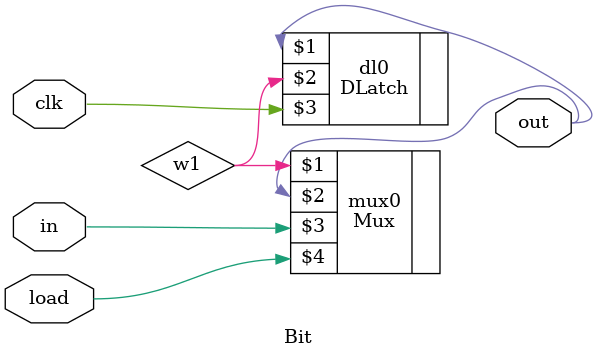
<source format=v>
/* módulo Bit */
/* Leonardo Vecchi Meirelles - 12011ECP002 */

`ifndef _Bit_
`define _Bit_
`include "Mux.v"
`include "DLatch.v"

module Bit(out, in, load, clk);
    input in, load, clk;
    output out;
    wire w1;

    Mux mux0(w1, out, in, load);
    DLatch dl0(out, w1, clk);
    

    // Descrição de conexões internas do módulo

endmodule

`endif
</source>
